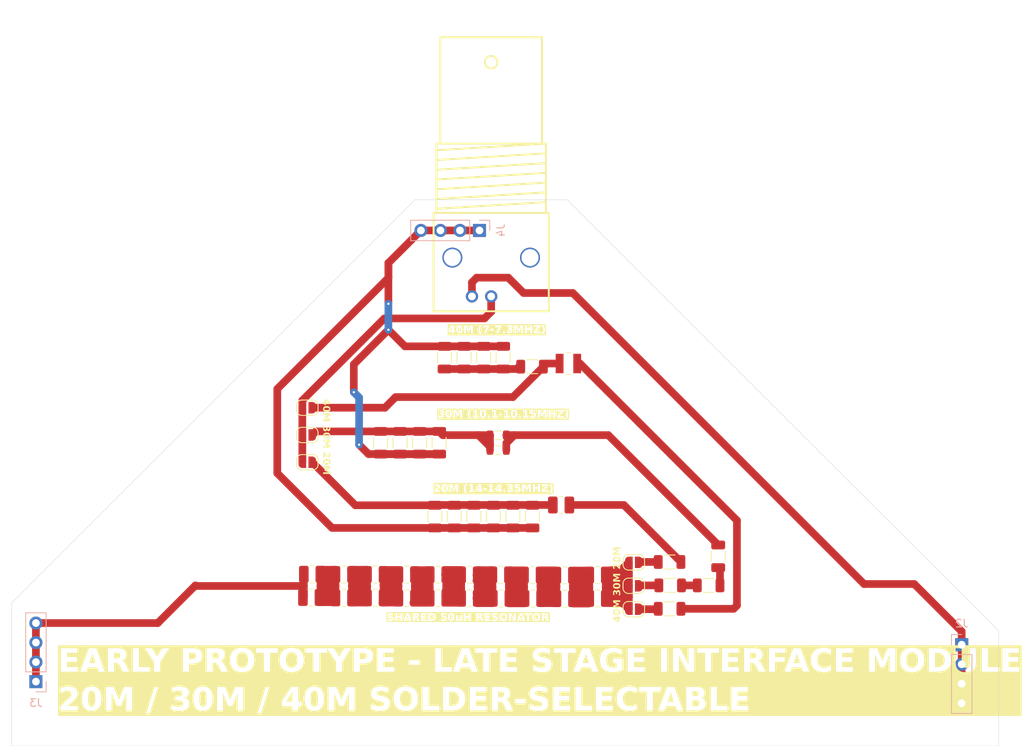
<source format=kicad_pcb>
(kicad_pcb (version 20240108) (generator "pcbnew") (generator_version "8.0")
  (layers (0 "F.Cu" signal) (31 "B.Cu" signal) (34 "B.Paste" user) (35 "F.Paste" user) (36 "B.SilkS" user "B.Silkscreen") (37 "F.SilkS" user "F.Silkscreen") (38 "B.Mask" user) (39 "F.Mask" user) (44 "Edge.Cuts" user))
  (net 0 "")
  (net 1 "/GND")
  (net 2 "Net-(C2-Pad1)")
  (net 3 "Net-(JP6-A)")
  (net 4 "Net-(C7-Pad2)")
  (net 5 "Net-(JP1-B)")
  (net 6 "Net-(JP2-B)")
  (net 7 "Net-(C11-Pad2)")
  (net 8 "Net-(C12-Pad2)")
  (net 9 "Net-(C13-Pad2)")
  (net 10 "Net-(JP3-B)")
  (net 11 "Net-(C14-Pad2)")
  (net 12 "Net-(JP4-A)")
  (net 13 "Net-(JP5-A)")
  (net 14 "Net-(J1-In)")
  (net 15 "Net-(JP1-A)")
  (net 16 "Net-(L1-Pad2)")
  (net 17 "Net-(L2-Pad2)")
  (net 18 "Net-(L3-Pad2)")
  (net 19 "Net-(L10-Pad1)")
  (net 20 "Net-(L10-Pad2)")
  (net 21 "Net-(L12-Pad2)")
  (net 22 "Net-(L13-Pad2)")
  (net 23 "Net-(L14-Pad2)")
  (net 24 "Net-(L15-Pad2)")
  (net 25 "Net-(J1-Ext)")
  (net 26 "Net-(J3-Pin_1)")
  (footprint "Jumper:SolderJumper-2_P1.3mm_Open_RoundedPad1.0x1.5mm" (layer "F.Cu") (at 169.667 81.6604)
    (property "Reference" "JP3" (hide yes))
    (property "Value" "40M-A" (hide yes))
  )
  (footprint "Capacitor_SMD:C_1206_3216Metric" (layer "F.Cu") (at 180.6448 74.7758 90)
    (property "Reference" "C13" (hide yes))
    (property "Value" "20pF" (hide yes))
  )
  (footprint "Capacitor_SMD:C_1206_3216Metric" (layer "F.Cu") (at 174.3202 75.5142)
    (property "Reference" "C7" (hide yes))
    (property "Value" "20pF" (hide yes))
  )
  (footprint "Jumper:SolderJumper-2_P1.3mm_Open_RoundedPad1.0x1.5mm" (layer "F.Cu") (at 169.667 78.6124)
    (property "Reference" "JP2" (hide yes))
    (property "Value" "30M-A" (hide yes))
  )
  (footprint "Capacitor_SMD:C_1206_3216Metric" (layer "F.Cu") (at 136.7228 59.9948 -90)
    (property "Reference" "C22" (hide yes))
    (property "Value" "33pF" (hide yes))
  )
  (footprint "Capacitor_SMD:C_1206_3216Metric" (layer "F.Cu") (at 145.054 48.9204 90)
    (property "Reference" "C8" (hide yes))
    (property "Value" "10pF" (hide yes))
  )
  (footprint "Capacitor_SMD:C_1206_3216Metric" (layer "F.Cu") (at 139.2628 59.9948 -90)
    (property "Reference" "C25" (hide yes))
    (property "Value" "1pF" (hide yes))
  )
  (footprint "Inductor_SMD:L_1008_2520Metric" (layer "F.Cu") (at 160.6804 80.2894)
    (property "Reference" "L15" (hide yes))
    (property "Value" "10uH" (hide yes))
  )
  (footprint "Inductor_SMD:L_1008_2520Metric" (layer "F.Cu") (at 160.2114 68.0974 180)
    (property "Reference" "L22" (hide yes))
    (property "Value" "470nH" (hide yes))
  )
  (footprint "adxi-footprints:ANT-TH_KH-BNC50-3511" (layer "F.Cu") (at 151.115527 38.419781 180)
    (property "Reference" "J1" (hide yes))
    (property "Value" "ANT")
  )
  (footprint "Capacitor_SMD:C_1206_3216Metric" (layer "F.Cu") (at 151.4014 69.6064 -90)
    (property "Reference" "C18" (hide yes))
    (property "Value" "1pF" (hide yes))
  )
  (footprint "Capacitor_SMD:C_1206_3216Metric" (layer "F.Cu") (at 141.8028 59.9948 -90)
    (property "Reference" "C24" (hide yes))
    (property "Value" "33pF" (hide yes))
  )
  (footprint "Capacitor_SMD:C_1206_3216Metric" (layer "F.Cu") (at 152.674 48.9204 90)
    (property "Reference" "C2" (hide yes))
    (property "Value" "10pF" (hide yes))
  )
  (footprint "Capacitor_SMD:C_1206_3216Metric" (layer "F.Cu") (at 150.134 48.9204 90)
    (property "Reference" "C4" (hide yes))
    (property "Value" "10pF" (hide yes))
  )
  (footprint "Inductor_SMD:L_1008_2520Metric" (layer "F.Cu") (at 144.1958 77.1652)
    (property "Reference" "L10" (hide yes))
    (property "Value" "10uH" (hide yes))
  )
  (footprint "Inductor_SMD:L_1008_2520Metric" (layer "F.Cu") (at 148.2852 80.2386)
    (property "Reference" "L12" (hide yes))
    (property "Value" "10uH" (hide yes))
  )
  (footprint "Inductor_SMD:L_1008_2520Metric" (layer "F.Cu") (at 152.4082 80.2386)
    (property "Reference" "L13" (hide yes))
    (property "Value" "10uH" (hide yes))
  )
  (footprint "Capacitor_SMD:C_1206_3216Metric" (layer "F.Cu") (at 174.3202 81.6102)
    (property "Reference" "C14" (hide yes))
    (property "Value" "82pF" (hide yes))
  )
  (footprint "Capacitor_SMD:C_1206_3216Metric" (layer "F.Cu") (at 144.3428 59.9948 -90)
    (property "Reference" "C23" (hide yes))
    (property "Value" "33pF" (hide yes))
  )
  (footprint "Capacitor_SMD:C_1206_3216Metric" (layer "F.Cu") (at 146.3214 69.6064 -90)
    (property "Reference" "C20" (hide yes))
    (property "Value" "1pF" (hide yes))
  )
  (footprint "Inductor_SMD:L_1008_2520Metric" (layer "F.Cu") (at 156.532 80.264)
    (property "Reference" "L14" (hide yes))
    (property "Value" "10uH" (hide yes))
  )
  (footprint "Inductor_SMD:L_1008_2520Metric" (layer "F.Cu") (at 136.0424 77.1398)
    (property "Reference" "L8" (hide yes))
    (property "Value" "10uH" (hide yes))
  )
  (footprint "Inductor_SMD:L_1008_2520Metric" (layer "F.Cu") (at 136.0424 80.1878)
    (property "Reference" "L3" (hide yes))
    (property "Value" "10uH" (hide yes))
  )
  (footprint "Capacitor_SMD:C_1206_3216Metric" (layer "F.Cu") (at 179.402 78.5622)
    (property "Reference" "C12" (hide yes))
    (property "Value" "15pF" (hide yes))
  )
  (footprint "Capacitor_SMD:C_1206_3216Metric" (layer "F.Cu") (at 148.8614 69.6064 -90)
    (property "Reference" "C19" (hide yes))
    (property "Value" "1pF" (hide yes))
  )
  (footprint "Jumper:SolderJumper-2_P1.3mm_Open_RoundedPad1.0x1.5mm" (layer "F.Cu") (at 127.1978 55.4348 180)
    (property "Reference" "JP6" (hide yes))
    (property "Value" "40M-C" (hide yes))
  )
  (footprint "Inductor_SMD:L_1008_2520Metric" (layer "F.Cu") (at 127.704 80.1364)
    (property "Reference" "L6" (hide yes))
    (property "Value" "10uH" (hide yes))
  )
  (footprint "Inductor_SMD:L_1008_2520Metric" (layer "F.Cu") (at 148.2852 77.1906)
    (property "Reference" "L17" (hide yes))
    (property "Value" "10uH" (hide yes))
  )
  (footprint "Inductor_SMD:L_1008_2520Metric" (layer "F.Cu") (at 127.821 77.1144)
    (property "Reference" "L1" (hide yes))
    (property "Value" "10uH" (hide yes))
  )
  (footprint "Inductor_SMD:L_1008_2520Metric" (layer "F.Cu") (at 144.1958 80.2132)
    (property "Reference" "L5" (hide yes))
    (property "Value" "10uH" (hide yes))
  )
  (footprint "Jumper:SolderJumper-2_P1.3mm_Open_RoundedPad1.0x1.5mm" (layer "F.Cu") (at 169.667 75.5644)
    (property "Reference" "JP1" (hide yes))
    (property "Value" "20M-A" (hide yes))
  )
  (footprint "Inductor_SMD:L_1008_2520Metric" (layer "F.Cu") (at 164.9476 77.216)
    (property "Reference" "L21" (hide yes))
    (property "Value" "10uH" (hide yes))
  )
  (footprint "Capacitor_SMD:C_1206_3216Metric" (layer "F.Cu") (at 143.7814 69.6064 -90)
    (property "Reference" "C21" (hide yes))
    (property "Value" "1pF" (hide yes))
  )
  (footprint "Inductor_SMD:L_1008_2520Metric" (layer "F.Cu") (at 140.1228 77.1652)
    (property "Reference" "L9" (hide yes))
    (property "Value" "10uH" (hide yes))
  )
  (footprint "Capacitor_SMD:C_1206_3216Metric" (layer "F.Cu") (at 156.4814 69.6064 -90)
    (property "Reference" "C16" (hide yes))
    (property "Value" "10pF" (hide yes))
  )
  (footprint "Capacitor_SMD:C_1206_3216Metric" (layer "F.Cu") (at 174.3964 78.5622)
    (property "Reference" "C11" (hide yes))
    (property "Value" "12pF" (hide yes))
  )
  (footprint "Capacitor_SMD:C_1206_3216Metric" (layer "F.Cu") (at 156.4314 50.0888 180)
    (property "Reference" "C3" (hide yes))
    (property "Value" "8.2pF" (hide yes))
  )
  (footprint "Capacitor_SMD:C_1206_3216Metric" (layer "F.Cu") (at 153.9414 69.6064 -90)
    (property "Reference" "C17" (hide yes))
    (property "Value" "10pF" (hide yes))
  )
  (footprint "Inductor_SMD:L_0805_2012Metric" (layer "F.Cu") (at 152.0197 59.0042 180)
    (property "Reference" "L23" (hide yes))
    (property "Value" "220nH" (hide yes))
  )
  (footprint "Inductor_SMD:L_1008_2520Metric" (layer "F.Cu") (at 140.1228 80.2132)
    (property "Reference" "L4" (hide yes))
    (property "Value" "10uH" (hide yes))
  )
  (footprint "Inductor_SMD:L_1008_2520Metric" (layer "F.Cu") (at 160.6714 77.2414)
    (property "Reference" "L20" (hide yes))
    (property "Value" "10uH" (hide yes))
  )
  (footprint "Inductor_SMD:L_0805_2012Metric" (layer "F.Cu") (at 152.0233 60.96 180)
    (property "Reference" "L24" (hide yes))
    (property "Value" "220nH" (hide yes))
  )
  (footprint "Inductor_SMD:L_1008_2520Metric" (layer "F.Cu") (at 156.464 77.216)
    (property "Reference" "L19" (hide yes))
    (property "Value" "10uH" (hide yes))
  )
  (footprint "Inductor_SMD:L_1008_2520Metric" (layer "F.Cu") (at 131.9358 80.1878)
    (property "Reference" "L2" (hide yes))
    (property "Value" "10uH" (hide yes))
  )
  (footprint "Inductor_SMD:L_1008_2520Metric" (layer "F.Cu") (at 131.9358 77.1398)
    (property "Reference" "L7" (hide yes))
    (property "Value" "10uH" (hide yes))
  )
  (footprint "Jumper:SolderJumper-2_P1.3mm_Open_RoundedPad1.0x1.5mm" (layer "F.Cu") (at 127.1978 62.5348 180)
    (property "Reference" "JP4" (hide yes))
    (property "Value" "20M-B" (hide yes))
  )
  (footprint "Jumper:SolderJumper-2_P1.3mm_Open_RoundedPad1.0x1.5mm" (layer "F.Cu") (at 127.1978 58.9848 180)
    (property "Reference" "JP5" (hide yes))
    (property "Value" "30M-B" (hide yes))
  )
  (footprint "Capacitor_SMD:C_1206_3216Metric" (layer "F.Cu") (at 147.594 48.9204 90)
    (property "Reference" "C6" (hide yes))
    (property "Value" "10pF" (hide yes))
  )
  (footprint "Inductor_SMD:L_1008_2520Metric" (layer "F.Cu") (at 152.3492 77.1906)
    (property "Reference" "L18" (hide yes))
    (property "Value" "10uH" (hide yes))
  )
  (footprint "Inductor_SMD:L_1008_2520Metric" (layer "F.Cu") (at 164.9476 80.264)
    (property "Reference" "L16" (hide yes))
    (property "Value" "10uH" (hide yes))
  )
  (footprint "adxi-footprints:L_Chilisin_NLC252018-2.92x2.50x2.20" (layer "F.Cu") (at 161.1236 49.6924 180)
    (property "Reference" "L11" (hide yes))
    (property "Value" "2.2uH" (hide yes))
  )
  (footprint "Connector_PinSocket_2.54mm:PinSocket_1x04_P2.54mm_Vertical" (layer "B.Cu") (at 212.3186 86.2838 180)
    (property "Reference" "J2")
    (property "Value" "Conn_01x04")
  )
  (footprint "Connector_PinSocket_2.54mm:PinSocket_1x04_P2.54mm_Vertical" (layer "B.Cu") (at 91.8972 91.0844)
    (property "Reference" "J3")
    (property "Value" "Conn_01x04")
  )
  (footprint "Connector_PinSocket_2.54mm:PinSocket_1x04_P2.54mm_Vertical" (layer "B.Cu") (at 149.596 32.36 90)
    (property "Reference" "J4")
    (property "Value" "Conn_01x04")
  )
  (gr_line (start 217.1192 84.4804) (end 217.1192 99.4664) (stroke (width 0.05)) (layer "Edge.Cuts"))
  (gr_line (start 88.7476 99.4664) (end 97.282 99.4664) (stroke (width 0.05)) (layer "Edge.Cuts"))
  (gr_line (start 141.1986 28.3718) (end 161.0106 28.3718) (stroke (width 0.05)) (layer "Edge.Cuts"))
  (gr_line (start 141.1986 28.3718) (end 88.7476 80.8228) (stroke (width 0.05)) (layer "Edge.Cuts"))
  (gr_line (start 217.1192 99.4664) (end 97.282 99.4664) (stroke (width 0.05)) (layer "Edge.Cuts"))
  (gr_line (start 161.0106 28.3718) (end 217.1192 84.4804) (stroke (width 0.05)) (layer "Edge.Cuts"))
  (gr_line (start 88.7476 80.8228) (end 88.7476 99.4664) (stroke (width 0.05)) (layer "Edge.Cuts"))
  (gr_text "EARLY PROTOTYPE - LATE STAGE INTERFACE MODULE\n20M / 30M / 40M SOLDER-SELECTABLE" (at 94.7674 95.3516 0) (layer "F.SilkS" knockout) (effects (font (size 3 3) (thickness 0.2) (bold yes)) (justify left bottom)))
  (gr_text "SHARED 50uH RESONATOR" (at 137.5156 83.3628 0) (layer "F.SilkS" knockout) (effects (font (size 1 1) (thickness 0.2) (bold yes)) (justify left bottom)))
  (gr_text "20M (14-14.35MHZ)" (at 143.6116 66.5734 0) (layer "F.SilkS" knockout) (effects (font (size 1 1) (thickness 0.2) (bold yes)) (justify left bottom)))
  (gr_text "30M (10.1-10.15MHZ)" (at 144.1196 56.896 0) (layer "F.SilkS" knockout) (effects (font (size 1 1) (thickness 0.2) (bold yes)) (justify left bottom)))
  (gr_text "40M (7-7.3MHZ)" (at 145.5166 45.8978 0) (layer "F.SilkS" knockout) (effects (font (size 1 1) (thickness 0.2) (bold yes)) (justify left bottom)))
  (gr_text "40M 30M 20M" (at 168.0464 83.3882 90) (layer "F.SilkS") (effects (font (size 0.9 0.9) (thickness 0.2) (bold yes)) (justify left bottom)))
  (gr_text "40M 30M 20M" (at 129.1082 54.2798 -90) (layer "F.SilkS") (effects (font (size 0.9 0.9) (thickness 0.2) (bold yes)) (justify left bottom)))
  (segment (start 145.054 47.4454) (end 139.9014 47.4454) (width 1) (layer "F.Cu") (net 1))
  (segment (start 130.4158 71.0814) (end 123.2916 63.9572) (width 1) (layer "F.Cu") (net 1))
  (segment (start 137.7442 41.91) (end 137.7442 36.5918) (width 1) (layer "F.Cu") (net 1))
  (segment (start 149.596 32.36) (end 141.976 32.36) (width 1) (layer "F.Cu") (net 1))
  (segment (start 137.7442 36.5918) (end 141.976 32.36) (width 1) (layer "F.Cu") (net 1))
  (segment (start 144.3428 61.4698) (end 135.1552 61.4698) (width 1) (layer "F.Cu") (net 1))
  (segment (start 135.1552 61.4698) (end 133.9342 60.2488) (width 1) (layer "F.Cu") (net 1))
  (segment (start 143.7814 71.0814) (end 130.4158 71.0814) (width 1) (layer "F.Cu") (net 1))
  (segment (start 156.4814 71.0814) (end 143.7814 71.0814) (width 1) (layer "F.Cu") (net 1))
  (segment (start 139.9014 47.4454) (end 137.7442 45.2882) (width 1) (layer "F.Cu") (net 1))
  (segment (start 123.2916 52.9844) (end 137.7442 38.5318) (width 1) (layer "F.Cu") (net 1))
  (segment (start 137.7442 38.5318) (end 137.7442 36.5918) (width 1) (layer "F.Cu") (net 1))
  (segment (start 123.2916 63.9572) (end 123.2916 52.9844) (width 1) (layer "F.Cu") (net 1))
  (segment (start 133.2484 49.784) (end 137.7442 45.2882) (width 1) (layer "F.Cu") (net 1))
  (segment (start 133.2484 53.4162) (end 133.2484 49.784) (width 1) (layer "F.Cu") (net 1))
  (segment (start 144.3428 61.4698) (end 136.7228 61.4698) (width 1) (layer "F.Cu") (net 1))
  (segment (start 145.054 47.4454) (end 152.674 47.4454) (width 1) (layer "F.Cu") (net 1))
  (via (at 137.7442 41.91) (size 0.3) (drill 0.4) (layers "F.Cu" "B.Cu") (net 1))
  (via (at 133.9342 60.2488) (size 0.3) (drill 0.4) (layers "F.Cu" "B.Cu") (net 1))
  (via (at 133.2484 53.4162) (size 0.3) (drill 0.4) (layers "F.Cu" "B.Cu") (net 1))
  (via (at 137.7442 45.2882) (size 0.3) (drill 0.4) (layers "F.Cu" "B.Cu") (net 1))
  (segment (start 133.9342 60.2488) (end 133.9342 54.102) (width 1) (layer "B.Cu") (net 1))
  (segment (start 133.9342 54.102) (end 133.2484 53.4162) (width 1) (layer "B.Cu") (net 1))
  (segment (start 137.7442 45.2882) (end 137.7442 41.91) (width 1) (layer "B.Cu") (net 1))
  (segment (start 154.7368 50.0888) (end 154.4302 50.3954) (width 1) (layer "F.Cu") (net 2))
  (segment (start 154.9564 50.0888) (end 154.7368 50.0888) (width 1) (layer "F.Cu") (net 2))
  (segment (start 154.4302 50.3954) (end 145.054 50.3954) (width 1) (layer "F.Cu") (net 2))
  (segment (start 153.944 54.0512) (end 138.684 54.0512) (width 1) (layer "F.Cu") (net 3))
  (segment (start 157.9064 50.0888) (end 153.944 54.0512) (width 1) (layer "F.Cu") (net 3))
  (segment (start 158.3128 49.6824) (end 157.9064 50.0888) (width 1) (layer "F.Cu") (net 3))
  (segment (start 160.0146 49.6824) (end 158.3128 49.6824) (width 1) (layer "F.Cu") (net 3))
  (segment (start 138.684 54.0512) (end 137.3004 55.4348) (width 1) (layer "F.Cu") (net 3))
  (segment (start 137.3004 55.4348) (end 127.8478 55.4348) (width 1) (layer "F.Cu") (net 3))
  (segment (start 175.7952 75.5142) (end 168.3784 68.0974) (width 1) (layer "F.Cu") (net 4))
  (segment (start 168.3784 68.0974) (end 161.2864 68.0974) (width 1) (layer "F.Cu") (net 4))
  (segment (start 172.8452 75.5142) (end 170.3672 75.5142) (width 1) (layer "F.Cu") (net 5))
  (segment (start 170.3672 75.5142) (end 170.317 75.5644) (width 1) (layer "F.Cu") (net 5))
  (segment (start 170.3672 78.5622) (end 170.317 78.6124) (width 1) (layer "F.Cu") (net 6))
  (segment (start 172.9214 78.5622) (end 170.3672 78.5622) (width 1) (layer "F.Cu") (net 6))
  (segment (start 177.927 78.5622) (end 175.8714 78.5622) (width 1) (layer "F.Cu") (net 7))
  (segment (start 180.877 76.483) (end 180.6448 76.2508) (width 1) (layer "F.Cu") (net 8))
  (segment (start 180.877 78.5622) (end 180.877 76.483) (width 1) (layer "F.Cu") (net 8))
  (segment (start 154.1272 59.0042) (end 153.0822 59.0042) (width 1) (layer "F.Cu") (net 9))
  (segment (start 166.3482 59.0042) (end 154.1272 59.0042) (width 1) (layer "F.Cu") (net 9))
  (segment (start 180.6448 73.3008) (end 166.3482 59.0042) (width 1) (layer "F.Cu") (net 9))
  (segment (start 153.0858 60.96) (end 153.0858 60.0456) (width 1) (layer "F.Cu") (net 9))
  (segment (start 153.0858 60.0456) (end 154.1272 59.0042) (width 1) (layer "F.Cu") (net 9))
  (segment (start 172.795 81.6604) (end 172.8452 81.6102) (width 1) (layer "F.Cu") (net 10))
  (segment (start 170.317 81.6604) (end 172.795 81.6604) (width 1) (layer "F.Cu") (net 10))
  (segment (start 175.7952 81.6102) (end 182.6514 81.6102) (width 1) (layer "F.Cu") (net 11))
  (segment (start 183.0832 81.1784) (end 183.0832 70.104) (width 1) (layer "F.Cu") (net 11))
  (segment (start 183.0832 70.104) (end 162.6616 49.6824) (width 1) (layer "F.Cu") (net 11))
  (segment (start 162.6616 49.6824) (end 162.3046 49.6824) (width 1) (layer "F.Cu") (net 11))
  (segment (start 182.6514 81.6102) (end 183.0832 81.1784) (width 1) (layer "F.Cu") (net 11))
  (segment (start 133.4444 68.1314) (end 127.8478 62.5348) (width 1) (layer "F.Cu") (net 12))
  (segment (start 143.7814 68.1314) (end 133.4444 68.1314) (width 1) (layer "F.Cu") (net 12))
  (segment (start 143.8154 68.0974) (end 143.7814 68.1314) (width 1) (layer "F.Cu") (net 12))
  (segment (start 159.1364 68.0974) (end 143.8154 68.0974) (width 1) (layer "F.Cu") (net 12))
  (segment (start 150.9572 59.0042) (end 149.4536 59.0042) (width 1) (layer "F.Cu") (net 13))
  (segment (start 150.6728 60.2234) (end 149.4536 59.0042) (width 1) (layer "F.Cu") (net 13))
  (segment (start 150.9608 60.2234) (end 150.9608 59.0078) (width 1) (layer "F.Cu") (net 13))
  (segment (start 144.8272 59.0042) (end 144.3428 58.5198) (width 1) (layer "F.Cu") (net 13))
  (segment (start 128.3128 58.5198) (end 127.8478 58.9848) (width 1) (layer "F.Cu") (net 13))
  (segment (start 150.9608 60.2234) (end 150.6728 60.2234) (width 1) (layer "F.Cu") (net 13))
  (segment (start 136.7228 58.5198) (end 128.3128 58.5198) (width 1) (layer "F.Cu") (net 13))
  (segment (start 144.3428 58.5198) (end 136.7228 58.5198) (width 1) (layer "F.Cu") (net 13))
  (segment (start 150.9608 59.0078) (end 150.9572 59.0042) (width 1) (layer "F.Cu") (net 13))
  (segment (start 150.9608 60.96) (end 150.9608 60.2234) (width 1) (layer "F.Cu") (net 13))
  (segment (start 149.4536 59.0042) (end 144.8272 59.0042) (width 1) (layer "F.Cu") (net 13))
  (segment (start 126.5478 54.487777) (end 137.220577 43.815) (width 1) (layer "F.Cu") (net 14))
  (segment (start 137.220577 43.815) (end 150.241 43.815) (width 1) (layer "F.Cu") (net 14))
  (segment (start 150.241 43.815) (end 151.13 42.926) (width 1) (layer "F.Cu") (net 14))
  (segment (start 126.5478 62.5348) (end 126.5478 54.487777) (width 1) (layer "F.Cu") (net 14))
  (segment (start 151.115527 42.911527) (end 151.115527 40.9448) (width 1) (layer "F.Cu") (net 14))
  (segment (start 151.13 42.926) (end 151.115527 42.911527) (width 1) (layer "F.Cu") (net 14))
  (segment (start 169.017 80.0862) (end 169.017 79.6846) (width 1) (layer "F.Cu") (net 15))
  (segment (start 167.767 76.581) (end 166.6502 76.581) (width 1) (layer "F.Cu") (net 15))
  (segment (start 169.017 77.2696) (end 167.1828 79.1038) (width 1) (layer "F.Cu") (net 15))
  (segment (start 169.017 80.0862) (end 169.017 81.6604) (width 1) (layer "F.Cu") (net 15))
  (segment (start 168.4012 77.47) (end 166.3708 77.47) (width 1) (layer "F.Cu") (net 15))
  (segment (start 166.0226 78.8162) (end 166.0226 80.264) (width 1) (layer "F.Cu") (net 15))
  (segment (start 169.017 77.5716) (end 169.017 76.9112) (width 1) (layer "F.Cu") (net 15))
  (segment (start 168.579 80.8736) (end 167.6146 80.8736) (width 1) (layer "F.Cu") (net 15))
  (segment (start 167.1828 78.6124) (end 167.1828 78.3762) (width 1) (layer "F.Cu") (net 15))
  (segment (start 167.0794 78.2728) (end 168.3158 78.2728) (width 1) (layer "F.Cu") (net 15))
  (segment (start 169.017 76.9112) (end 169.017 75.5644) (width 1) (layer "F.Cu") (net 15))
  (segment (start 169.017 78.6124) (end 169.017 80.0862) (width 1) (layer "F.Cu") (net 15))
  (segment (start 168.6806 76.581) (end 167.767 76.581) (width 1) (layer "F.Cu") (net 15))
  (segment (start 168.0004 76.581) (end 167.767 76.581) (width 1) (layer "F.Cu") (net 15))
  (segment (start 167.1828 79.1038) (end 168.0346 79.1038) (width 1) (layer "F.Cu") (net 15))
  (segment (start 167.1828 78.6124) (end 167.9448 78.6124) (width 1) (layer "F.Cu") (net 15))
  (segment (start 167.1828 79.1038) (end 166.0226 80.264) (width 1) (layer "F.Cu") (net 15))
  (segment (start 166.0226 78.8162) (end 166.2264 78.6124) (width 1) (layer "F.Cu") (net 15))
  (segment (start 167.9448 78.6124) (end 169.017 78.6124) (width 1) (layer "F.Cu") (net 15))
  (segment (start 168.0346 79.1038) (end 169.017 80.0862) (width 1) (layer "F.Cu") (net 15))
  (segment (start 168.3158 78.2728) (end 169.017 77.5716) (width 1) (layer "F.Cu") (net 15))
  (segment (start 169.017 81.6604) (end 168.2302 80.8736) (width 1) (layer "F.Cu") (net 15))
  (segment (start 167.1828 78.3762) (end 166.0226 77.216) (width 1) (layer "F.Cu") (net 15))
  (segment (start 167.6146 80.8736) (end 166.5486 80.8736) (width 1) (layer "F.Cu") (net 15))
  (segment (start 168.2302 80.8736) (end 167.6146 80.8736) (width 1) (layer "F.Cu") (net 15))
  (segment (start 167.9448 78.6124) (end 167.9762 78.6124) (width 1) (layer "F.Cu") (net 15))
  (segment (start 169.017 75.5644) (end 168.0004 76.581) (width 1) (layer "F.Cu") (net 15))
  (segment (start 166.0226 77.216) (end 166.0226 78.8162) (width 1) (layer "F.Cu") (net 15))
  (segment (start 168.5536 79.9592) (end 166.5232 79.9592) (width 1) (layer "F.Cu") (net 15))
  (segment (start 167.1828 78.6124) (end 167.9762 78.6124) (width 1) (layer "F.Cu") (net 15))
  (segment (start 169.017 79.6846) (end 167.9448 78.6124) (width 1) (layer "F.Cu") (net 15))
  (segment (start 169.017 76.9112) (end 169.017 77.2696) (width 1) (layer "F.Cu") (net 15))
  (segment (start 167.1828 78.6124) (end 167.1828 79.1038) (width 1) (layer "F.Cu") (net 15))
  (segment (start 167.9762 78.6124) (end 168.3158 78.2728) (width 1) (layer "F.Cu") (net 15))
  (segment (start 169.017 78.6124) (end 169.017 77.5716) (width 1) (layer "F.Cu") (net 15))
  (segment (start 166.0226 77.216) (end 167.0794 78.2728) (width 1) (layer "F.Cu") (net 15))
  (segment (start 166.2264 78.6124) (end 167.1828 78.6124) (width 1) (layer "F.Cu") (net 15))
  (segment (start 128.8304 80.1878) (end 128.779 80.1364) (width 1) (layer "F.Cu") (net 16))
  (segment (start 128.896 77.1144) (end 130.4454 78.6638) (width 1) (layer "F.Cu") (net 16))
  (segment (start 130.8608 80.1878) (end 130.8608 78.6638) (width 1) (layer "F.Cu") (net 16))
  (segment (start 128.779 80.1364) (end 130.2516 78.6638) (width 1) (layer "F.Cu") (net 16))
  (segment (start 129.3368 78.6638) (end 130.8608 77.1398) (width 1) (layer "F.Cu") (net 16))
  (segment (start 128.9214 76.8078) (end 129.0384 76.6908) (width 1) (layer "F.Cu") (net 16))
  (segment (start 128.896 77.1144) (end 130.8354 77.1144) (width 1) (layer "F.Cu") (net 16))
  (segment (start 130.8608 80.1878) (end 128.8304 80.1878) (width 1) (layer "F.Cu") (net 16))
  (segment (start 130.8346 80.7466) (end 128.8042 80.7466) (width 1) (layer "F.Cu") (net 16))
  (segment (start 128.9214 79.7128) (end 128.9214 78.6638) (width 1) (layer "F.Cu") (net 16))
  (segment (start 130.8608 78.6638) (end 130.8608 77.1398) (width 1) (layer "F.Cu") (net 16))
  (segment (start 130.8608 80.1878) (end 129.3368 78.6638) (width 1) (layer "F.Cu") (net 16))
  (segment (start 130.2516 78.6638) (end 130.4454 78.6638) (width 1) (layer "F.Cu") (net 16))
  (segment (start 128.9214 78.6638) (end 128.9214 76.8078) (width 1) (layer "F.Cu") (net 16))
  (segment (start 130.8608 78.6638) (end 128.9214 78.6638) (width 1) (layer "F.Cu") (net 16))
  (segment (start 130.4454 78.6638) (end 130.8608 78.6638) (width 1) (layer "F.Cu") (net 16))
  (segment (start 129.3368 78.6638) (end 128.9214 78.6638) (width 1) (layer "F.Cu") (net 16))
  (segment (start 130.8354 77.1144) (end 130.8608 77.1398) (width 1) (layer "F.Cu") (net 16))
  (segment (start 130.86 76.5302) (end 128.8296 76.5302) (width 1) (layer "F.Cu") (net 16))
  (segment (start 133.0108 78.613) (end 134.8404 78.613) (width 1) (layer "F.Cu") (net 17))
  (segment (start 134.9674 80.1878) (end 133.0108 80.1878) (width 1) (layer "F.Cu") (net 17))
  (segment (start 133.4942 78.613) (end 134.9674 77.1398) (width 1) (layer "F.Cu") (net 17))
  (segment (start 134.5856 78.613) (end 134.8404 78.613) (width 1) (layer "F.Cu") (net 17))
  (segment (start 134.8404 78.613) (end 134.9674 78.74) (width 1) (layer "F.Cu") (net 17))
  (segment (start 134.484 78.613) (end 134.5856 78.613) (width 1) (layer "F.Cu") (net 17))
  (segment (start 133.0108 77.1398) (end 133.0108 78.613) (width 1) (layer "F.Cu") (net 17))
  (segment (start 134.924 80.7974) (end 132.8936 80.7974) (width 1) (layer "F.Cu") (net 17))
  (segment (start 133.0108 78.613) (end 133.3926 78.613) (width 1) (layer "F.Cu") (net 17))
  (segment (start 133.0108 77.1398) (end 134.484 78.613) (width 1) (layer "F.Cu") (net 17))
  (segment (start 134.9674 78.74) (end 134.9674 80.1878) (width 1) (layer "F.Cu") (net 17))
  (segment (start 133.3926 78.613) (end 133.4942 78.613) (width 1) (layer "F.Cu") (net 17))
  (segment (start 134.9674 77.1398) (end 134.9674 78.74) (width 1) (layer "F.Cu") (net 17))
  (segment (start 134.924 76.5302) (end 132.8936 76.5302) (width 1) (layer "F.Cu") (net 17))
  (segment (start 133.0108 78.613) (end 133.0108 80.1878) (width 1) (layer "F.Cu") (net 17))
  (segment (start 133.0108 80.1878) (end 134.5856 78.613) (width 1) (layer "F.Cu") (net 17))
  (segment (start 133.3926 78.613) (end 134.9674 80.1878) (width 1) (layer "F.Cu") (net 17))
  (segment (start 134.9674 77.1398) (end 133.0108 77.1398) (width 1) (layer "F.Cu") (net 17))
  (segment (start 137.1174 78.5114) (end 137.1174 80.1878) (width 1) (layer "F.Cu") (net 18))
  (segment (start 139.0478 77.1652) (end 139.0478 78.6638) (width 1) (layer "F.Cu") (net 18))
  (segment (start 137.1428 77.1652) (end 137.1174 77.1398) (width 1) (layer "F.Cu") (net 18))
  (segment (start 139.0134 76.5556) (end 136.983 76.5556) (width 1) (layer "F.Cu") (net 18))
  (segment (start 138.8954 78.5114) (end 139.0478 78.6638) (width 1) (layer "F.Cu") (net 18))
  (segment (start 137.7016 78.5114) (end 137.1174 78.5114) (width 1) (layer "F.Cu") (net 18))
  (segment (start 137.1174 77.1398) (end 138.489 78.5114) (width 1) (layer "F.Cu") (net 18))
  (segment (start 139.0478 78.6638) (end 139.0478 80.2132) (width 1) (layer "F.Cu") (net 18))
  (segment (start 137.7016 78.867) (end 137.7016 78.5114) (width 1) (layer "F.Cu") (net 18))
  (segment (start 137.1174 80.1878) (end 138.489 78.8162) (width 1) (layer "F.Cu") (net 18))
  (segment (start 139.0478 80.2132) (end 137.7016 78.867) (width 1) (layer "F.Cu") (net 18))
  (segment (start 137.1174 77.1398) (end 137.1174 78.5114) (width 1) (layer "F.Cu") (net 18))
  (segment (start 139.0134 80.7974) (end 136.983 80.7974) (width 1) (layer "F.Cu") (net 18))
  (segment (start 139.0224 80.1878) (end 139.0478 80.2132) (width 1) (layer "F.Cu") (net 18))
  (segment (start 137.1174 80.1878) (end 139.0224 80.1878) (width 1) (layer "F.Cu") (net 18))
  (segment (start 138.489 78.8162) (end 138.489 78.5114) (width 1) (layer "F.Cu") (net 18))
  (segment (start 137.1174 78.5114) (end 138.8954 78.5114) (width 1) (layer "F.Cu") (net 18))
  (segment (start 139.0478 77.1652) (end 137.1428 77.1652) (width 1) (layer "F.Cu") (net 18))
  (segment (start 139.0478 77.1652) (end 137.7016 78.5114) (width 1) (layer "F.Cu") (net 18))
  (segment (start 138.489 78.5114) (end 138.8954 78.5114) (width 1) (layer "F.Cu") (net 18))
  (segment (start 141.1978 78.8162) (end 141.1978 80.2132) (width 1) (layer "F.Cu") (net 19))
  (segment (start 143.0266 80.8228) (end 140.9962 80.8228) (width 1) (layer "F.Cu") (net 19))
  (segment (start 141.7238 78.5622) (end 143.1208 77.1652) (width 1) (layer "F.Cu") (net 19))
  (segment (start 142.9176 78.6384) (end 142.671 78.6384) (width 1) (layer "F.Cu") (net 19))
  (segment (start 141.1978 78.6384) (end 141.1978 78.8162) (width 1) (layer "F.Cu") (net 19))
  (segment (start 143.1208 77.1652) (end 143.1208 78.8416) (width 1) (layer "F.Cu") (net 19))
  (segment (start 143.1208 80.2132) (end 141.7238 78.8162) (width 1) (layer "F.Cu") (net 19))
  (segment (start 142.671 78.6384) (end 141.1978 77.1652) (width 1) (layer "F.Cu") (net 19))
  (segment (start 142.9176 78.6384) (end 143.1208 78.8416) (width 1) (layer "F.Cu") (net 19))
  (segment (start 143.1208 80.2132) (end 141.1978 80.2132) (width 1) (layer "F.Cu") (net 19))
  (segment (start 143.1208 78.8416) (end 143.1208 80.2132) (width 1) (layer "F.Cu") (net 19))
  (segment (start 141.7238 78.8162) (end 141.1978 78.8162) (width 1) (layer "F.Cu") (net 19))
  (segment (start 142.5694 78.8416) (end 143.1208 78.8416) (width 1) (layer "F.Cu") (net 19))
  (segment (start 143.1028 76.581) (end 141.0724 76.581) (width 1) (layer "F.Cu") (net 19))
  (segment (start 141.7238 78.8162) (end 141.7238 78.5622) (width 1) (layer "F.Cu") (net 19))
  (segment (start 141.1978 78.6384) (end 142.9176 78.6384) (width 1) (layer "F.Cu") (net 19))
  (segment (start 141.1978 77.1652) (end 141.1978 78.6384) (width 1) (layer "F.Cu") (net 19))
  (segment (start 141.1978 80.2132) (end 142.5694 78.8416) (width 1) (layer "F.Cu") (net 19))
  (segment (start 141.1978 77.1652) (end 143.1208 77.1652) (width 1) (layer "F.Cu") (net 19))
  (segment (start 145.2708 77.1652) (end 145.2708 78.6384) (width 1) (layer "F.Cu") (net 20))
  (segment (start 147.1414 77.1652) (end 145.111 77.1652) (width 1) (layer "F.Cu") (net 20))
  (segment (start 145.2708 78.6384) (end 146.9562 78.6384) (width 1) (layer "F.Cu") (net 20))
  (segment (start 147.1668 80.01) (end 145.1364 80.01) (width 1) (layer "F.Cu") (net 20))
  (segment (start 147.2176 80.8228) (end 145.1872 80.8228) (width 1) (layer "F.Cu") (net 20))
  (segment (start 147.243 76.5556) (end 145.2126 76.5556) (width 1) (layer "F.Cu") (net 20))
  (segment (start 147.2102 78.8924) (end 147.2102 80.2386) (width 1) (layer "F.Cu") (net 20))
  (segment (start 147.1668 77.8002) (end 145.1364 77.8002) (width 1) (layer "F.Cu") (net 20))
  (segment (start 146.9562 78.6384) (end 147.2102 78.8924) (width 1) (layer "F.Cu") (net 20))
  (segment (start 147.2176 79.248) (end 145.1872 79.248) (width 1) (layer "F.Cu") (net 20))
  (segment (start 147.2102 77.1906) (end 147.2102 78.8924) (width 1) (layer "F.Cu") (net 20))
  (segment (start 145.2708 78.6384) (end 145.2708 80.2132) (width 1) (layer "F.Cu") (net 20))
  (segment (start 151.198 78.74) (end 151.2742 78.8162) (width 1) (layer "F.Cu") (net 21))
  (segment (start 151.2742 78.8162) (end 151.2742 80.1796) (width 1) (layer "F.Cu") (net 21))
  (segment (start 151.307 80.8736) (end 149.2766 80.8736) (width 1) (layer "F.Cu") (net 21))
  (segment (start 151.2742 80.1796) (end 151.3332 80.2386) (width 1) (layer "F.Cu") (net 21))
  (segment (start 151.2308 77.9526) (end 149.2004 77.9526) (width 1) (layer "F.Cu") (net 21))
  (segment (start 149.3602 77.1906) (end 149.3602 78.74) (width 1) (layer "F.Cu") (net 21))
  (segment (start 149.3602 78.74) (end 151.198 78.74) (width 1) (layer "F.Cu") (net 21))
  (segment (start 151.307 76.581) (end 149.2766 76.581) (width 1) (layer "F.Cu") (net 21))
  (segment (start 151.2308 80.2386) (end 149.2004 80.2386) (width 1) (layer "F.Cu") (net 21))
  (segment (start 151.2742 77.1906) (end 151.2742 78.8162) (width 1) (layer "F.Cu") (net 21))
  (segment (start 151.2562 79.5274) (end 149.2258 79.5274) (width 1) (layer "F.Cu") (net 21))
  (segment (start 149.3602 78.74) (end 149.3602 80.2386) (width 1) (layer "F.Cu") (net 21))
  (segment (start 151.2308 77.2414) (end 149.2004 77.2414) (width 1) (layer "F.Cu") (net 21))
  (segment (start 154.6352 78.6384) (end 154.6352 79.0866) (width 1) (layer "F.Cu") (net 22))
  (segment (start 155.2112 78.6384) (end 155.389 78.8162) (width 1) (layer "F.Cu") (net 22))
  (segment (start 153.4242 78.6384) (end 154.6352 78.6384) (width 1) (layer "F.Cu") (net 22))
  (segment (start 155.389 77.216) (end 155.389 78.8162) (width 1) (layer "F.Cu") (net 22))
  (segment (start 154.5082 80.2386) (end 154.5082 77.2668) (width 1) (layer "F.Cu") (net 22))
  (segment (start 155.4316 80.2386) (end 155.457 80.264) (width 1) (layer "F.Cu") (net 22))
  (segment (start 154.4574 77.216) (end 153.4496 77.216) (width 1) (layer "F.Cu") (net 22))
  (segment (start 155.4472 76.6064) (end 153.4168 76.6064) (width 1) (layer "F.Cu") (net 22))
  (segment (start 154.6352 78.6384) (end 155.2112 78.6384) (width 1) (layer "F.Cu") (net 22))
  (segment (start 153.4242 77.1906) (end 153.4242 78.6384) (width 1) (layer "F.Cu") (net 22))
  (segment (start 154.5082 80.2386) (end 155.4316 80.2386) (width 1) (layer "F.Cu") (net 22))
  (segment (start 154.5082 77.2668) (end 154.4574 77.216) (width 1) (layer "F.Cu") (net 22))
  (segment (start 155.389 80.196) (end 155.457 80.264) (width 1) (layer "F.Cu") (net 22))
  (segment (start 153.4496 77.216) (end 153.4242 77.1906) (width 1) (layer "F.Cu") (net 22))
  (segment (start 153.4832 80.2386) (end 154.5082 80.2386) (width 1) (layer "F.Cu") (net 22))
  (segment (start 155.4472 80.899) (end 153.4168 80.899) (width 1) (layer "F.Cu") (net 22))
  (segment (start 154.6352 79.0866) (end 153.4832 80.2386) (width 1) (layer "F.Cu") (net 22))
  (segment (start 153.4242 80.1796) (end 153.4832 80.2386) (width 1) (layer "F.Cu") (net 22))
  (segment (start 155.389 78.8162) (end 155.389 80.196) (width 1) (layer "F.Cu") (net 22))
  (segment (start 155.389 77.216) (end 154.4574 77.216) (width 1) (layer "F.Cu") (net 22))
  (segment (start 153.4242 78.6384) (end 153.4242 80.1796) (width 1) (layer "F.Cu") (net 22))
  (segment (start 157.539 77.216) (end 157.539 78.6384) (width 1) (layer "F.Cu") (net 23))
  (segment (start 159.6054 80.2804) (end 159.6144 80.2894) (width 1) (layer "F.Cu") (net 23))
  (segment (start 159.6054 80.2894) (end 158.6992 80.2894) (width 1) (layer "F.Cu") (net 23))
  (segment (start 159.571 77.216) (end 159.5964 77.2414) (width 1) (layer "F.Cu") (net 23))
  (segment (start 159.4694 78.6384) (end 159.5964 78.7654) (width 1) (layer "F.Cu") (net 23))
  (segment (start 157.539 78.6384) (end 159.4694 78.6384) (width 1) (layer "F.Cu") (net 23))
  (segment (start 158.5976 80.1878) (end 158.6992 80.2894) (width 1) (layer "F.Cu") (net 23))
  (segment (start 159.5366 80.8736) (end 157.5062 80.8736) (width 1) (layer "F.Cu") (net 23))
  (segment (start 157.539 77.216) (end 158.5976 77.216) (width 1) (layer "F.Cu") (net 23))
  (segment (start 159.6054 80.2894) (end 157.9544 78.6384) (width 1) (layer "F.Cu") (net 23))
  (segment (start 158.5976 77.216) (end 158.5976 80.1878) (width 1) (layer "F.Cu") (net 23))
  (segment (start 157.9544 78.6384) (end 157.539 78.6384) (width 1) (layer "F.Cu") (net 23))
  (segment (start 159.5964 78.7654) (end 159.5964 80.2804) (width 1) (layer "F.Cu") (net 23))
  (segment (start 157.6324 80.2894) (end 157.607 80.264) (width 1) (layer "F.Cu") (net 23))
  (segment (start 158.6992 80.2894) (end 157.6324 80.2894) (width 1) (layer "F.Cu") (net 23))
  (segment (start 159.5112 76.6064) (end 157.4808 76.6064) (width 1) (layer "F.Cu") (net 23))
  (segment (start 157.539 80.196) (end 157.607 80.264) (width 1) (layer "F.Cu") (net 23))
  (segment (start 159.5964 77.2414) (end 159.5964 78.7654) (width 1) (layer "F.Cu") (net 23))
  (segment (start 158.5976 77.216) (end 159.571 77.216) (width 1) (layer "F.Cu") (net 23))
  (segment (start 157.539 78.6384) (end 157.539 80.196) (width 1) (layer "F.Cu") (net 23))
  (segment (start 159.5964 80.2804) (end 159.6054 80.2894) (width 1) (layer "F.Cu") (net 23))
  (segment (start 163.7964 78.74) (end 163.8726 78.8162) (width 1) (layer "F.Cu") (net 24))
  (segment (start 161.7464 77.2414) (end 163.8472 77.2414) (width 1) (layer "F.Cu") (net 24))
  (segment (start 161.7464 78.74) (end 163.2712 78.74) (width 1) (layer "F.Cu") (net 24))
  (segment (start 161.7464 77.2414) (end 161.7464 78.74) (width 1) (layer "F.Cu") (net 24))
  (segment (start 163.2712 78.74) (end 163.7964 78.74) (width 1) (layer "F.Cu") (net 24))
  (segment (start 163.8472 77.2414) (end 163.8726 77.216) (width 1) (layer "F.Cu") (net 24))
  (segment (start 163.8726 77.216) (end 162.3486 78.74) (width 1) (layer "F.Cu") (net 24))
  (segment (start 163.8726 78.8162) (end 163.8726 80.264) (width 1) (layer "F.Cu") (net 24))
  (segment (start 163.2712 78.7736) (end 163.2712 78.74) (width 1) (layer "F.Cu") (net 24))
  (segment (start 161.7808 80.264) (end 161.7554 80.2894) (width 1) (layer "F.Cu") (net 24))
  (segment (start 163.8038 80.9244) (end 161.7734 80.9244) (width 1) (layer "F.Cu") (net 24))
  (segment (start 163.8546 76.6318) (end 161.8242 76.6318) (width 1) (layer "F.Cu") (net 24))
  (segment (start 163.8726 80.264) (end 161.7808 80.264) (width 1) (layer "F.Cu") (net 24))
  (segment (start 161.7464 80.2804) (end 161.7554 80.2894) (width 1) (layer "F.Cu") (net 24))
  (segment (start 161.7464 78.74) (end 161.7464 80.2804) (width 1) (layer "F.Cu") (net 24))
  (segment (start 163.8726 80.264) (end 162.3486 78.74) (width 1) (layer "F.Cu") (net 24))
  (segment (start 162.3486 78.74) (end 161.7464 78.74) (width 1) (layer "F.Cu") (net 24))
  (segment (start 161.7464 77.2414) (end 163.245 78.74) (width 1) (layer "F.Cu") (net 24))
  (segment (start 161.7554 80.2894) (end 163.2712 78.7736) (width 1) (layer "F.Cu") (net 24))
  (segment (start 163.8726 77.216) (end 163.8726 78.8162) (width 1) (layer "F.Cu") (net 24))
  (segment (start 163.245 78.74) (end 163.2712 78.74) (width 1) (layer "F.Cu") (net 24))
  (segment (start 206.1464 78.3844) (end 199.6186 78.3844) (width 1) (layer "F.Cu") (net 25))
  (segment (start 161.7342 40.5) (end 155.3334 40.5) (width 1) (layer "F.Cu") (net 25))
  (segment (start 212.3186 86.2838) (end 212.3186 84.5566) (width 1) (layer "F.Cu") (net 25))
  (segment (start 212.3186 84.5566) (end 206.1464 78.3844) (width 1) (layer "F.Cu") (net 25))
  (segment (start 148.6154 39.116) (end 148.6154 40.9448) (width 1) (layer "F.Cu") (net 25))
  (segment (start 153.3398 38.5064) (end 149.225 38.5064) (width 1) (layer "F.Cu") (net 25))
  (segment (start 149.225 38.5064) (end 148.6154 39.116) (width 1) (layer "F.Cu") (net 25))
  (segment (start 212.3186 93.9038) (end 212.3186 86.2838) (width 1) (layer "F.Cu") (net 25))
  (segment (start 199.6186 78.3844) (end 161.7342 40.5) (width 1) (layer "F.Cu") (net 25))
  (segment (start 155.3334 40.5) (end 153.3398 38.5064) (width 1) (layer "F.Cu") (net 25))
  (segment (start 112.649 78.5622) (end 107.7468 83.4644) (width 1) (layer "F.Cu") (net 26))
  (segment (start 126.746 80.0194) (end 126.629 80.1364) (width 1) (layer "F.Cu") (net 26))
  (segment (start 126.746 78.6384) (end 112.7252 78.6384) (width 1) (layer "F.Cu") (net 26))
  (segment (start 126.746 77.1144) (end 126.746 78.6384) (width 1) (layer "F.Cu") (net 26))
  (segment (start 112.7252 78.6384) (end 112.649 78.5622) (width 1) (layer "F.Cu") (net 26))
  (segment (start 107.7468 83.4644) (end 91.8972 83.4644) (width 1) (layer "F.Cu") (net 26))
  (segment (start 126.746 78.6384) (end 126.746 80.0194) (width 1) (layer "F.Cu") (net 26))
  (segment (start 91.8972 91.0844) (end 91.8972 83.4644) (width 1) (layer "F.Cu") (net 26))
)
</source>
